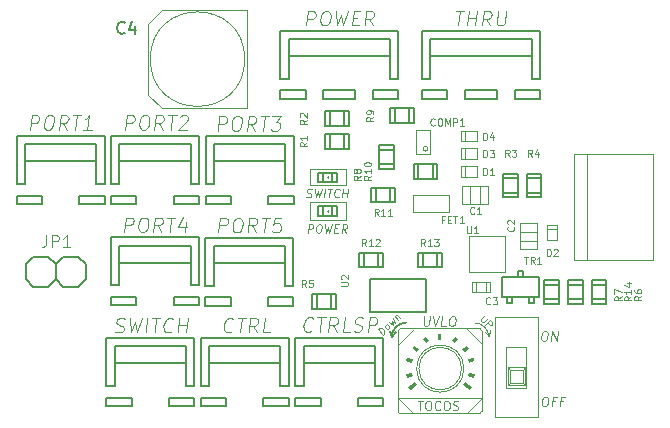
<source format=gbr>
%TF.GenerationSoftware,KiCad,Pcbnew,(5.1.10)-1*%
%TF.CreationDate,2022-12-17T00:46:14+09:00*%
%TF.ProjectId,USB_JST-XH_Converter,5553425f-4a53-4542-9d58-485f436f6e76,rev?*%
%TF.SameCoordinates,Original*%
%TF.FileFunction,Legend,Top*%
%TF.FilePolarity,Positive*%
%FSLAX46Y46*%
G04 Gerber Fmt 4.6, Leading zero omitted, Abs format (unit mm)*
G04 Created by KiCad (PCBNEW (5.1.10)-1) date 2022-12-17 00:46:14*
%MOMM*%
%LPD*%
G01*
G04 APERTURE LIST*
%ADD10C,0.100000*%
%ADD11C,0.090000*%
%ADD12C,0.120000*%
%ADD13C,0.070000*%
%ADD14C,0.150000*%
%ADD15C,0.127000*%
%ADD16C,0.050000*%
%ADD17C,0.152400*%
%ADD18C,0.096520*%
%ADD19C,0.064000*%
G04 APERTURE END LIST*
D10*
X124769666Y-106830880D02*
X124769666Y-107545166D01*
X124722047Y-107688023D01*
X124626809Y-107783261D01*
X124483952Y-107830880D01*
X124388714Y-107830880D01*
X125245857Y-107830880D02*
X125245857Y-106830880D01*
X125626809Y-106830880D01*
X125722047Y-106878500D01*
X125769666Y-106926119D01*
X125817285Y-107021357D01*
X125817285Y-107164214D01*
X125769666Y-107259452D01*
X125722047Y-107307071D01*
X125626809Y-107354690D01*
X125245857Y-107354690D01*
X126769666Y-107830880D02*
X126198238Y-107830880D01*
X126483952Y-107830880D02*
X126483952Y-106830880D01*
X126388714Y-106973738D01*
X126293476Y-107068976D01*
X126198238Y-107116595D01*
D11*
X146904562Y-106615666D02*
X146992062Y-105915666D01*
X147258729Y-105915666D01*
X147321229Y-105949000D01*
X147350395Y-105982333D01*
X147375395Y-106049000D01*
X147362895Y-106149000D01*
X147321229Y-106215666D01*
X147283729Y-106249000D01*
X147212895Y-106282333D01*
X146946229Y-106282333D01*
X147825395Y-105915666D02*
X147958729Y-105915666D01*
X148021229Y-105949000D01*
X148079562Y-106015666D01*
X148096229Y-106149000D01*
X148067062Y-106382333D01*
X148017062Y-106515666D01*
X147942062Y-106582333D01*
X147871229Y-106615666D01*
X147737895Y-106615666D01*
X147675395Y-106582333D01*
X147617062Y-106515666D01*
X147600395Y-106382333D01*
X147629562Y-106149000D01*
X147679562Y-106015666D01*
X147754562Y-105949000D01*
X147825395Y-105915666D01*
X148358729Y-105915666D02*
X148437895Y-106615666D01*
X148633729Y-106115666D01*
X148704562Y-106615666D01*
X148958729Y-105915666D01*
X149183729Y-106249000D02*
X149417062Y-106249000D01*
X149471229Y-106615666D02*
X149137895Y-106615666D01*
X149225395Y-105915666D01*
X149558729Y-105915666D01*
X150171229Y-106615666D02*
X149979562Y-106282333D01*
X149771229Y-106615666D02*
X149858729Y-105915666D01*
X150125395Y-105915666D01*
X150187895Y-105949000D01*
X150217062Y-105982333D01*
X150242062Y-106049000D01*
X150229562Y-106149000D01*
X150187895Y-106215666D01*
X150150395Y-106249000D01*
X150079562Y-106282333D01*
X149812895Y-106282333D01*
D12*
X150114000Y-104013000D02*
X147066000Y-104013000D01*
X150114000Y-105537000D02*
X150114000Y-104013000D01*
X147066000Y-105537000D02*
X150114000Y-105537000D01*
X147066000Y-104013000D02*
X147066000Y-105537000D01*
D11*
X146775395Y-103597833D02*
X146871229Y-103631166D01*
X147037895Y-103631166D01*
X147108729Y-103597833D01*
X147146229Y-103564500D01*
X147187895Y-103497833D01*
X147196229Y-103431166D01*
X147171229Y-103364500D01*
X147142062Y-103331166D01*
X147079562Y-103297833D01*
X146950395Y-103264500D01*
X146887895Y-103231166D01*
X146858729Y-103197833D01*
X146833729Y-103131166D01*
X146842062Y-103064500D01*
X146883729Y-102997833D01*
X146921229Y-102964500D01*
X146992062Y-102931166D01*
X147158729Y-102931166D01*
X147254562Y-102964500D01*
X147492062Y-102931166D02*
X147571229Y-103631166D01*
X147767062Y-103131166D01*
X147837895Y-103631166D01*
X148092062Y-102931166D01*
X148271229Y-103631166D02*
X148358729Y-102931166D01*
X148592062Y-102931166D02*
X148992062Y-102931166D01*
X148704562Y-103631166D02*
X148792062Y-102931166D01*
X149546229Y-103564500D02*
X149508729Y-103597833D01*
X149404562Y-103631166D01*
X149337895Y-103631166D01*
X149242062Y-103597833D01*
X149183729Y-103531166D01*
X149158729Y-103464500D01*
X149142062Y-103331166D01*
X149154562Y-103231166D01*
X149204562Y-103097833D01*
X149246229Y-103031166D01*
X149321229Y-102964500D01*
X149425395Y-102931166D01*
X149492062Y-102931166D01*
X149587895Y-102964500D01*
X149617062Y-102997833D01*
X149837895Y-103631166D02*
X149925395Y-102931166D01*
X149883729Y-103264500D02*
X150283729Y-103264500D01*
X150237895Y-103631166D02*
X150325395Y-102931166D01*
D12*
X150114000Y-101219000D02*
X147066000Y-101219000D01*
X150114000Y-102616000D02*
X150114000Y-101219000D01*
X147066000Y-102616000D02*
X150114000Y-102616000D01*
X147066000Y-101219000D02*
X147066000Y-102616000D01*
D13*
X153253449Y-115270408D02*
X152882218Y-114793111D01*
X152983233Y-114692096D01*
X153061520Y-114654215D01*
X153137282Y-114659266D01*
X153192840Y-114684519D01*
X153283754Y-114755230D01*
X153336787Y-114823415D01*
X153387294Y-114934532D01*
X153402447Y-115000192D01*
X153397396Y-115086055D01*
X153354464Y-115169393D01*
X153253449Y-115270408D01*
X153738322Y-114785535D02*
X153680239Y-114803212D01*
X153642358Y-114800687D01*
X153586799Y-114775433D01*
X153480733Y-114639062D01*
X153465581Y-114573403D01*
X153468107Y-114530471D01*
X153490835Y-114467337D01*
X153551444Y-114406727D01*
X153609528Y-114389050D01*
X153647409Y-114391575D01*
X153702967Y-114416829D01*
X153809033Y-114553200D01*
X153824185Y-114618859D01*
X153821660Y-114661791D01*
X153798932Y-114724925D01*
X153738322Y-114785535D01*
X153773678Y-114184494D02*
X154101977Y-114421880D01*
X154006013Y-114113783D01*
X154263602Y-114260255D01*
X154096927Y-113861245D01*
X154258551Y-113699621D02*
X154506038Y-114017819D01*
X154293906Y-113745077D02*
X154296432Y-113702146D01*
X154319160Y-113639011D01*
X154379769Y-113578402D01*
X154437853Y-113560725D01*
X154493411Y-113585978D01*
X154687866Y-113835991D01*
X161918984Y-113604314D02*
X161575532Y-113947766D01*
X161555329Y-114008375D01*
X161555329Y-114048781D01*
X161575532Y-114109390D01*
X161656345Y-114190203D01*
X161716954Y-114210406D01*
X161757360Y-114210406D01*
X161817969Y-114190203D01*
X162161421Y-113846751D01*
X161939187Y-114473045D02*
X162363451Y-114048781D01*
X162525076Y-114210406D01*
X162545279Y-114271015D01*
X162545279Y-114311421D01*
X162525076Y-114372030D01*
X162464467Y-114432639D01*
X162403857Y-114452842D01*
X162363451Y-114452842D01*
X162302842Y-114432639D01*
X162141218Y-114271015D01*
D12*
X162229999Y-115410001D02*
X162350000Y-114900000D01*
X162229999Y-115410001D02*
X161940000Y-115030000D01*
X161059922Y-114269365D02*
G75*
G02*
X162229999Y-115410001I-9922J-1180635D01*
G01*
D14*
X154020000Y-115430000D02*
X154360000Y-115030000D01*
X154020000Y-115430000D02*
X153870000Y-114910000D01*
X154020000Y-115430000D02*
G75*
G02*
X155210000Y-114240000I1190000J0D01*
G01*
D10*
X166959732Y-120511904D02*
X167112113Y-120511904D01*
X167183541Y-120550000D01*
X167250208Y-120626190D01*
X167269255Y-120778571D01*
X167235922Y-121045238D01*
X167178779Y-121197619D01*
X167093065Y-121273809D01*
X167012113Y-121311904D01*
X166859732Y-121311904D01*
X166788303Y-121273809D01*
X166721636Y-121197619D01*
X166702589Y-121045238D01*
X166735922Y-120778571D01*
X166793065Y-120626190D01*
X166878779Y-120550000D01*
X166959732Y-120511904D01*
X167864494Y-120892857D02*
X167597827Y-120892857D01*
X167545446Y-121311904D02*
X167645446Y-120511904D01*
X168026398Y-120511904D01*
X168550208Y-120892857D02*
X168283541Y-120892857D01*
X168231160Y-121311904D02*
X168331160Y-120511904D01*
X168712113Y-120511904D01*
X166926398Y-114961904D02*
X167078779Y-114961904D01*
X167150208Y-115000000D01*
X167216875Y-115076190D01*
X167235922Y-115228571D01*
X167202589Y-115495238D01*
X167145446Y-115647619D01*
X167059732Y-115723809D01*
X166978779Y-115761904D01*
X166826398Y-115761904D01*
X166754970Y-115723809D01*
X166688303Y-115647619D01*
X166669255Y-115495238D01*
X166702589Y-115228571D01*
X166759732Y-115076190D01*
X166845446Y-115000000D01*
X166926398Y-114961904D01*
X167512113Y-115761904D02*
X167612113Y-114961904D01*
X167969255Y-115761904D01*
X168069255Y-114961904D01*
D11*
X156788163Y-113711904D02*
X156707211Y-114359523D01*
X156735782Y-114435714D01*
X156769116Y-114473809D01*
X156840544Y-114511904D01*
X156992925Y-114511904D01*
X157073877Y-114473809D01*
X157116735Y-114435714D01*
X157164354Y-114359523D01*
X157245306Y-113711904D01*
X157511973Y-113711904D02*
X157678639Y-114511904D01*
X158045306Y-113711904D01*
X158592925Y-114511904D02*
X158211973Y-114511904D01*
X158311973Y-113711904D01*
X159111973Y-113711904D02*
X159264354Y-113711904D01*
X159335782Y-113750000D01*
X159402449Y-113826190D01*
X159421497Y-113978571D01*
X159388163Y-114245238D01*
X159331020Y-114397619D01*
X159245306Y-114473809D01*
X159164354Y-114511904D01*
X159011973Y-114511904D01*
X158940544Y-114473809D01*
X158873877Y-114397619D01*
X158854830Y-114245238D01*
X158888163Y-113978571D01*
X158945306Y-113826190D01*
X159031020Y-113750000D01*
X159111973Y-113711904D01*
D14*
X131403333Y-89677142D02*
X131355714Y-89724761D01*
X131212857Y-89772380D01*
X131117619Y-89772380D01*
X130974761Y-89724761D01*
X130879523Y-89629523D01*
X130831904Y-89534285D01*
X130784285Y-89343809D01*
X130784285Y-89200952D01*
X130831904Y-89010476D01*
X130879523Y-88915238D01*
X130974761Y-88820000D01*
X131117619Y-88772380D01*
X131212857Y-88772380D01*
X131355714Y-88820000D01*
X131403333Y-88867619D01*
X132260476Y-89105714D02*
X132260476Y-89772380D01*
X132022380Y-88724761D02*
X131784285Y-89439047D01*
X132403333Y-89439047D01*
D13*
X165222857Y-108651428D02*
X165565714Y-108651428D01*
X165394285Y-109251428D02*
X165394285Y-108651428D01*
X166108571Y-109251428D02*
X165908571Y-108965714D01*
X165765714Y-109251428D02*
X165765714Y-108651428D01*
X165994285Y-108651428D01*
X166051428Y-108680000D01*
X166080000Y-108708571D01*
X166108571Y-108765714D01*
X166108571Y-108851428D01*
X166080000Y-108908571D01*
X166051428Y-108937142D01*
X165994285Y-108965714D01*
X165765714Y-108965714D01*
X166680000Y-109251428D02*
X166337142Y-109251428D01*
X166508571Y-109251428D02*
X166508571Y-108651428D01*
X166451428Y-108737142D01*
X166394285Y-108794285D01*
X166337142Y-108822857D01*
X156834285Y-107761428D02*
X156634285Y-107475714D01*
X156491428Y-107761428D02*
X156491428Y-107161428D01*
X156720000Y-107161428D01*
X156777142Y-107190000D01*
X156805714Y-107218571D01*
X156834285Y-107275714D01*
X156834285Y-107361428D01*
X156805714Y-107418571D01*
X156777142Y-107447142D01*
X156720000Y-107475714D01*
X156491428Y-107475714D01*
X157405714Y-107761428D02*
X157062857Y-107761428D01*
X157234285Y-107761428D02*
X157234285Y-107161428D01*
X157177142Y-107247142D01*
X157120000Y-107304285D01*
X157062857Y-107332857D01*
X157605714Y-107161428D02*
X157977142Y-107161428D01*
X157777142Y-107390000D01*
X157862857Y-107390000D01*
X157920000Y-107418571D01*
X157948571Y-107447142D01*
X157977142Y-107504285D01*
X157977142Y-107647142D01*
X157948571Y-107704285D01*
X157920000Y-107732857D01*
X157862857Y-107761428D01*
X157691428Y-107761428D01*
X157634285Y-107732857D01*
X157605714Y-107704285D01*
X151844285Y-107761428D02*
X151644285Y-107475714D01*
X151501428Y-107761428D02*
X151501428Y-107161428D01*
X151730000Y-107161428D01*
X151787142Y-107190000D01*
X151815714Y-107218571D01*
X151844285Y-107275714D01*
X151844285Y-107361428D01*
X151815714Y-107418571D01*
X151787142Y-107447142D01*
X151730000Y-107475714D01*
X151501428Y-107475714D01*
X152415714Y-107761428D02*
X152072857Y-107761428D01*
X152244285Y-107761428D02*
X152244285Y-107161428D01*
X152187142Y-107247142D01*
X152130000Y-107304285D01*
X152072857Y-107332857D01*
X152644285Y-107218571D02*
X152672857Y-107190000D01*
X152730000Y-107161428D01*
X152872857Y-107161428D01*
X152930000Y-107190000D01*
X152958571Y-107218571D01*
X152987142Y-107275714D01*
X152987142Y-107332857D01*
X152958571Y-107418571D01*
X152615714Y-107761428D01*
X152987142Y-107761428D01*
X146770000Y-111231428D02*
X146570000Y-110945714D01*
X146427142Y-111231428D02*
X146427142Y-110631428D01*
X146655714Y-110631428D01*
X146712857Y-110660000D01*
X146741428Y-110688571D01*
X146770000Y-110745714D01*
X146770000Y-110831428D01*
X146741428Y-110888571D01*
X146712857Y-110917142D01*
X146655714Y-110945714D01*
X146427142Y-110945714D01*
X147312857Y-110631428D02*
X147027142Y-110631428D01*
X146998571Y-110917142D01*
X147027142Y-110888571D01*
X147084285Y-110860000D01*
X147227142Y-110860000D01*
X147284285Y-110888571D01*
X147312857Y-110917142D01*
X147341428Y-110974285D01*
X147341428Y-111117142D01*
X147312857Y-111174285D01*
X147284285Y-111202857D01*
X147227142Y-111231428D01*
X147084285Y-111231428D01*
X147027142Y-111202857D01*
X146998571Y-111174285D01*
X149721428Y-111147142D02*
X150207142Y-111147142D01*
X150264285Y-111118571D01*
X150292857Y-111090000D01*
X150321428Y-111032857D01*
X150321428Y-110918571D01*
X150292857Y-110861428D01*
X150264285Y-110832857D01*
X150207142Y-110804285D01*
X149721428Y-110804285D01*
X149778571Y-110547142D02*
X149750000Y-110518571D01*
X149721428Y-110461428D01*
X149721428Y-110318571D01*
X149750000Y-110261428D01*
X149778571Y-110232857D01*
X149835714Y-110204285D01*
X149892857Y-110204285D01*
X149978571Y-110232857D01*
X150321428Y-110575714D01*
X150321428Y-110204285D01*
X162350000Y-112634285D02*
X162321428Y-112662857D01*
X162235714Y-112691428D01*
X162178571Y-112691428D01*
X162092857Y-112662857D01*
X162035714Y-112605714D01*
X162007142Y-112548571D01*
X161978571Y-112434285D01*
X161978571Y-112348571D01*
X162007142Y-112234285D01*
X162035714Y-112177142D01*
X162092857Y-112120000D01*
X162178571Y-112091428D01*
X162235714Y-112091428D01*
X162321428Y-112120000D01*
X162350000Y-112148571D01*
X162550000Y-112091428D02*
X162921428Y-112091428D01*
X162721428Y-112320000D01*
X162807142Y-112320000D01*
X162864285Y-112348571D01*
X162892857Y-112377142D01*
X162921428Y-112434285D01*
X162921428Y-112577142D01*
X162892857Y-112634285D01*
X162864285Y-112662857D01*
X162807142Y-112691428D01*
X162635714Y-112691428D01*
X162578571Y-112662857D01*
X162550000Y-112634285D01*
X167157142Y-108611428D02*
X167157142Y-108011428D01*
X167300000Y-108011428D01*
X167385714Y-108040000D01*
X167442857Y-108097142D01*
X167471428Y-108154285D01*
X167500000Y-108268571D01*
X167500000Y-108354285D01*
X167471428Y-108468571D01*
X167442857Y-108525714D01*
X167385714Y-108582857D01*
X167300000Y-108611428D01*
X167157142Y-108611428D01*
X167728571Y-108068571D02*
X167757142Y-108040000D01*
X167814285Y-108011428D01*
X167957142Y-108011428D01*
X168014285Y-108040000D01*
X168042857Y-108068571D01*
X168071428Y-108125714D01*
X168071428Y-108182857D01*
X168042857Y-108268571D01*
X167700000Y-108611428D01*
X168071428Y-108611428D01*
X164344285Y-106110000D02*
X164372857Y-106138571D01*
X164401428Y-106224285D01*
X164401428Y-106281428D01*
X164372857Y-106367142D01*
X164315714Y-106424285D01*
X164258571Y-106452857D01*
X164144285Y-106481428D01*
X164058571Y-106481428D01*
X163944285Y-106452857D01*
X163887142Y-106424285D01*
X163830000Y-106367142D01*
X163801428Y-106281428D01*
X163801428Y-106224285D01*
X163830000Y-106138571D01*
X163858571Y-106110000D01*
X163858571Y-105881428D02*
X163830000Y-105852857D01*
X163801428Y-105795714D01*
X163801428Y-105652857D01*
X163830000Y-105595714D01*
X163858571Y-105567142D01*
X163915714Y-105538571D01*
X163972857Y-105538571D01*
X164058571Y-105567142D01*
X164401428Y-105910000D01*
X164401428Y-105538571D01*
X160392857Y-106071428D02*
X160392857Y-106557142D01*
X160421428Y-106614285D01*
X160450000Y-106642857D01*
X160507142Y-106671428D01*
X160621428Y-106671428D01*
X160678571Y-106642857D01*
X160707142Y-106614285D01*
X160735714Y-106557142D01*
X160735714Y-106071428D01*
X161335714Y-106671428D02*
X160992857Y-106671428D01*
X161164285Y-106671428D02*
X161164285Y-106071428D01*
X161107142Y-106157142D01*
X161050000Y-106214285D01*
X160992857Y-106242857D01*
X165910000Y-100181428D02*
X165710000Y-99895714D01*
X165567142Y-100181428D02*
X165567142Y-99581428D01*
X165795714Y-99581428D01*
X165852857Y-99610000D01*
X165881428Y-99638571D01*
X165910000Y-99695714D01*
X165910000Y-99781428D01*
X165881428Y-99838571D01*
X165852857Y-99867142D01*
X165795714Y-99895714D01*
X165567142Y-99895714D01*
X166424285Y-99781428D02*
X166424285Y-100181428D01*
X166281428Y-99552857D02*
X166138571Y-99981428D01*
X166510000Y-99981428D01*
X163990000Y-100181428D02*
X163790000Y-99895714D01*
X163647142Y-100181428D02*
X163647142Y-99581428D01*
X163875714Y-99581428D01*
X163932857Y-99610000D01*
X163961428Y-99638571D01*
X163990000Y-99695714D01*
X163990000Y-99781428D01*
X163961428Y-99838571D01*
X163932857Y-99867142D01*
X163875714Y-99895714D01*
X163647142Y-99895714D01*
X164190000Y-99581428D02*
X164561428Y-99581428D01*
X164361428Y-99810000D01*
X164447142Y-99810000D01*
X164504285Y-99838571D01*
X164532857Y-99867142D01*
X164561428Y-99924285D01*
X164561428Y-100067142D01*
X164532857Y-100124285D01*
X164504285Y-100152857D01*
X164447142Y-100181428D01*
X164275714Y-100181428D01*
X164218571Y-100152857D01*
X164190000Y-100124285D01*
X161010000Y-104994285D02*
X160981428Y-105022857D01*
X160895714Y-105051428D01*
X160838571Y-105051428D01*
X160752857Y-105022857D01*
X160695714Y-104965714D01*
X160667142Y-104908571D01*
X160638571Y-104794285D01*
X160638571Y-104708571D01*
X160667142Y-104594285D01*
X160695714Y-104537142D01*
X160752857Y-104480000D01*
X160838571Y-104451428D01*
X160895714Y-104451428D01*
X160981428Y-104480000D01*
X161010000Y-104508571D01*
X161581428Y-105051428D02*
X161238571Y-105051428D01*
X161410000Y-105051428D02*
X161410000Y-104451428D01*
X161352857Y-104537142D01*
X161295714Y-104594285D01*
X161238571Y-104622857D01*
X161757142Y-98761428D02*
X161757142Y-98161428D01*
X161900000Y-98161428D01*
X161985714Y-98190000D01*
X162042857Y-98247142D01*
X162071428Y-98304285D01*
X162100000Y-98418571D01*
X162100000Y-98504285D01*
X162071428Y-98618571D01*
X162042857Y-98675714D01*
X161985714Y-98732857D01*
X161900000Y-98761428D01*
X161757142Y-98761428D01*
X162614285Y-98361428D02*
X162614285Y-98761428D01*
X162471428Y-98132857D02*
X162328571Y-98561428D01*
X162700000Y-98561428D01*
X161757142Y-100231428D02*
X161757142Y-99631428D01*
X161900000Y-99631428D01*
X161985714Y-99660000D01*
X162042857Y-99717142D01*
X162071428Y-99774285D01*
X162100000Y-99888571D01*
X162100000Y-99974285D01*
X162071428Y-100088571D01*
X162042857Y-100145714D01*
X161985714Y-100202857D01*
X161900000Y-100231428D01*
X161757142Y-100231428D01*
X162300000Y-99631428D02*
X162671428Y-99631428D01*
X162471428Y-99860000D01*
X162557142Y-99860000D01*
X162614285Y-99888571D01*
X162642857Y-99917142D01*
X162671428Y-99974285D01*
X162671428Y-100117142D01*
X162642857Y-100174285D01*
X162614285Y-100202857D01*
X162557142Y-100231428D01*
X162385714Y-100231428D01*
X162328571Y-100202857D01*
X162300000Y-100174285D01*
X161757142Y-101741428D02*
X161757142Y-101141428D01*
X161900000Y-101141428D01*
X161985714Y-101170000D01*
X162042857Y-101227142D01*
X162071428Y-101284285D01*
X162100000Y-101398571D01*
X162100000Y-101484285D01*
X162071428Y-101598571D01*
X162042857Y-101655714D01*
X161985714Y-101712857D01*
X161900000Y-101741428D01*
X161757142Y-101741428D01*
X162671428Y-101741428D02*
X162328571Y-101741428D01*
X162500000Y-101741428D02*
X162500000Y-101141428D01*
X162442857Y-101227142D01*
X162385714Y-101284285D01*
X162328571Y-101312857D01*
X158470000Y-105517142D02*
X158270000Y-105517142D01*
X158270000Y-105831428D02*
X158270000Y-105231428D01*
X158555714Y-105231428D01*
X158784285Y-105517142D02*
X158984285Y-105517142D01*
X159070000Y-105831428D02*
X158784285Y-105831428D01*
X158784285Y-105231428D01*
X159070000Y-105231428D01*
X159241428Y-105231428D02*
X159584285Y-105231428D01*
X159412857Y-105831428D02*
X159412857Y-105231428D01*
X160098571Y-105831428D02*
X159755714Y-105831428D01*
X159927142Y-105831428D02*
X159927142Y-105231428D01*
X159870000Y-105317142D01*
X159812857Y-105374285D01*
X159755714Y-105402857D01*
X152271428Y-101795714D02*
X151985714Y-101995714D01*
X152271428Y-102138571D02*
X151671428Y-102138571D01*
X151671428Y-101910000D01*
X151700000Y-101852857D01*
X151728571Y-101824285D01*
X151785714Y-101795714D01*
X151871428Y-101795714D01*
X151928571Y-101824285D01*
X151957142Y-101852857D01*
X151985714Y-101910000D01*
X151985714Y-102138571D01*
X152271428Y-101224285D02*
X152271428Y-101567142D01*
X152271428Y-101395714D02*
X151671428Y-101395714D01*
X151757142Y-101452857D01*
X151814285Y-101510000D01*
X151842857Y-101567142D01*
X151671428Y-100852857D02*
X151671428Y-100795714D01*
X151700000Y-100738571D01*
X151728571Y-100710000D01*
X151785714Y-100681428D01*
X151900000Y-100652857D01*
X152042857Y-100652857D01*
X152157142Y-100681428D01*
X152214285Y-100710000D01*
X152242857Y-100738571D01*
X152271428Y-100795714D01*
X152271428Y-100852857D01*
X152242857Y-100910000D01*
X152214285Y-100938571D01*
X152157142Y-100967142D01*
X152042857Y-100995714D01*
X151900000Y-100995714D01*
X151785714Y-100967142D01*
X151728571Y-100938571D01*
X151700000Y-100910000D01*
X151671428Y-100852857D01*
X175161428Y-111980000D02*
X174875714Y-112180000D01*
X175161428Y-112322857D02*
X174561428Y-112322857D01*
X174561428Y-112094285D01*
X174590000Y-112037142D01*
X174618571Y-112008571D01*
X174675714Y-111980000D01*
X174761428Y-111980000D01*
X174818571Y-112008571D01*
X174847142Y-112037142D01*
X174875714Y-112094285D01*
X174875714Y-112322857D01*
X174561428Y-111465714D02*
X174561428Y-111580000D01*
X174590000Y-111637142D01*
X174618571Y-111665714D01*
X174704285Y-111722857D01*
X174818571Y-111751428D01*
X175047142Y-111751428D01*
X175104285Y-111722857D01*
X175132857Y-111694285D01*
X175161428Y-111637142D01*
X175161428Y-111522857D01*
X175132857Y-111465714D01*
X175104285Y-111437142D01*
X175047142Y-111408571D01*
X174904285Y-111408571D01*
X174847142Y-111437142D01*
X174818571Y-111465714D01*
X174790000Y-111522857D01*
X174790000Y-111637142D01*
X174818571Y-111694285D01*
X174847142Y-111722857D01*
X174904285Y-111751428D01*
X174301428Y-112005714D02*
X174015714Y-112205714D01*
X174301428Y-112348571D02*
X173701428Y-112348571D01*
X173701428Y-112120000D01*
X173730000Y-112062857D01*
X173758571Y-112034285D01*
X173815714Y-112005714D01*
X173901428Y-112005714D01*
X173958571Y-112034285D01*
X173987142Y-112062857D01*
X174015714Y-112120000D01*
X174015714Y-112348571D01*
X174301428Y-111434285D02*
X174301428Y-111777142D01*
X174301428Y-111605714D02*
X173701428Y-111605714D01*
X173787142Y-111662857D01*
X173844285Y-111720000D01*
X173872857Y-111777142D01*
X173901428Y-110920000D02*
X174301428Y-110920000D01*
X173672857Y-111062857D02*
X174101428Y-111205714D01*
X174101428Y-110834285D01*
X173471428Y-112010000D02*
X173185714Y-112210000D01*
X173471428Y-112352857D02*
X172871428Y-112352857D01*
X172871428Y-112124285D01*
X172900000Y-112067142D01*
X172928571Y-112038571D01*
X172985714Y-112010000D01*
X173071428Y-112010000D01*
X173128571Y-112038571D01*
X173157142Y-112067142D01*
X173185714Y-112124285D01*
X173185714Y-112352857D01*
X172871428Y-111810000D02*
X172871428Y-111410000D01*
X173471428Y-111667142D01*
X157662857Y-97494285D02*
X157634285Y-97522857D01*
X157548571Y-97551428D01*
X157491428Y-97551428D01*
X157405714Y-97522857D01*
X157348571Y-97465714D01*
X157320000Y-97408571D01*
X157291428Y-97294285D01*
X157291428Y-97208571D01*
X157320000Y-97094285D01*
X157348571Y-97037142D01*
X157405714Y-96980000D01*
X157491428Y-96951428D01*
X157548571Y-96951428D01*
X157634285Y-96980000D01*
X157662857Y-97008571D01*
X158034285Y-96951428D02*
X158148571Y-96951428D01*
X158205714Y-96980000D01*
X158262857Y-97037142D01*
X158291428Y-97151428D01*
X158291428Y-97351428D01*
X158262857Y-97465714D01*
X158205714Y-97522857D01*
X158148571Y-97551428D01*
X158034285Y-97551428D01*
X157977142Y-97522857D01*
X157920000Y-97465714D01*
X157891428Y-97351428D01*
X157891428Y-97151428D01*
X157920000Y-97037142D01*
X157977142Y-96980000D01*
X158034285Y-96951428D01*
X158548571Y-97551428D02*
X158548571Y-96951428D01*
X158748571Y-97380000D01*
X158948571Y-96951428D01*
X158948571Y-97551428D01*
X159234285Y-97551428D02*
X159234285Y-96951428D01*
X159462857Y-96951428D01*
X159520000Y-96980000D01*
X159548571Y-97008571D01*
X159577142Y-97065714D01*
X159577142Y-97151428D01*
X159548571Y-97208571D01*
X159520000Y-97237142D01*
X159462857Y-97265714D01*
X159234285Y-97265714D01*
X160148571Y-97551428D02*
X159805714Y-97551428D01*
X159977142Y-97551428D02*
X159977142Y-96951428D01*
X159920000Y-97037142D01*
X159862857Y-97094285D01*
X159805714Y-97122857D01*
X152914285Y-105191428D02*
X152714285Y-104905714D01*
X152571428Y-105191428D02*
X152571428Y-104591428D01*
X152800000Y-104591428D01*
X152857142Y-104620000D01*
X152885714Y-104648571D01*
X152914285Y-104705714D01*
X152914285Y-104791428D01*
X152885714Y-104848571D01*
X152857142Y-104877142D01*
X152800000Y-104905714D01*
X152571428Y-104905714D01*
X153485714Y-105191428D02*
X153142857Y-105191428D01*
X153314285Y-105191428D02*
X153314285Y-104591428D01*
X153257142Y-104677142D01*
X153200000Y-104734285D01*
X153142857Y-104762857D01*
X154057142Y-105191428D02*
X153714285Y-105191428D01*
X153885714Y-105191428D02*
X153885714Y-104591428D01*
X153828571Y-104677142D01*
X153771428Y-104734285D01*
X153714285Y-104762857D01*
X151391428Y-101800000D02*
X151105714Y-102000000D01*
X151391428Y-102142857D02*
X150791428Y-102142857D01*
X150791428Y-101914285D01*
X150820000Y-101857142D01*
X150848571Y-101828571D01*
X150905714Y-101800000D01*
X150991428Y-101800000D01*
X151048571Y-101828571D01*
X151077142Y-101857142D01*
X151105714Y-101914285D01*
X151105714Y-102142857D01*
X151048571Y-101457142D02*
X151020000Y-101514285D01*
X150991428Y-101542857D01*
X150934285Y-101571428D01*
X150905714Y-101571428D01*
X150848571Y-101542857D01*
X150820000Y-101514285D01*
X150791428Y-101457142D01*
X150791428Y-101342857D01*
X150820000Y-101285714D01*
X150848571Y-101257142D01*
X150905714Y-101228571D01*
X150934285Y-101228571D01*
X150991428Y-101257142D01*
X151020000Y-101285714D01*
X151048571Y-101342857D01*
X151048571Y-101457142D01*
X151077142Y-101514285D01*
X151105714Y-101542857D01*
X151162857Y-101571428D01*
X151277142Y-101571428D01*
X151334285Y-101542857D01*
X151362857Y-101514285D01*
X151391428Y-101457142D01*
X151391428Y-101342857D01*
X151362857Y-101285714D01*
X151334285Y-101257142D01*
X151277142Y-101228571D01*
X151162857Y-101228571D01*
X151105714Y-101257142D01*
X151077142Y-101285714D01*
X151048571Y-101342857D01*
X152451428Y-96820000D02*
X152165714Y-97020000D01*
X152451428Y-97162857D02*
X151851428Y-97162857D01*
X151851428Y-96934285D01*
X151880000Y-96877142D01*
X151908571Y-96848571D01*
X151965714Y-96820000D01*
X152051428Y-96820000D01*
X152108571Y-96848571D01*
X152137142Y-96877142D01*
X152165714Y-96934285D01*
X152165714Y-97162857D01*
X152451428Y-96534285D02*
X152451428Y-96420000D01*
X152422857Y-96362857D01*
X152394285Y-96334285D01*
X152308571Y-96277142D01*
X152194285Y-96248571D01*
X151965714Y-96248571D01*
X151908571Y-96277142D01*
X151880000Y-96305714D01*
X151851428Y-96362857D01*
X151851428Y-96477142D01*
X151880000Y-96534285D01*
X151908571Y-96562857D01*
X151965714Y-96591428D01*
X152108571Y-96591428D01*
X152165714Y-96562857D01*
X152194285Y-96534285D01*
X152222857Y-96477142D01*
X152222857Y-96362857D01*
X152194285Y-96305714D01*
X152165714Y-96277142D01*
X152108571Y-96248571D01*
X146831428Y-98980000D02*
X146545714Y-99180000D01*
X146831428Y-99322857D02*
X146231428Y-99322857D01*
X146231428Y-99094285D01*
X146260000Y-99037142D01*
X146288571Y-99008571D01*
X146345714Y-98980000D01*
X146431428Y-98980000D01*
X146488571Y-99008571D01*
X146517142Y-99037142D01*
X146545714Y-99094285D01*
X146545714Y-99322857D01*
X146831428Y-98408571D02*
X146831428Y-98751428D01*
X146831428Y-98580000D02*
X146231428Y-98580000D01*
X146317142Y-98637142D01*
X146374285Y-98694285D01*
X146402857Y-98751428D01*
X146831428Y-97070000D02*
X146545714Y-97270000D01*
X146831428Y-97412857D02*
X146231428Y-97412857D01*
X146231428Y-97184285D01*
X146260000Y-97127142D01*
X146288571Y-97098571D01*
X146345714Y-97070000D01*
X146431428Y-97070000D01*
X146488571Y-97098571D01*
X146517142Y-97127142D01*
X146545714Y-97184285D01*
X146545714Y-97412857D01*
X146288571Y-96841428D02*
X146260000Y-96812857D01*
X146231428Y-96755714D01*
X146231428Y-96612857D01*
X146260000Y-96555714D01*
X146288571Y-96527142D01*
X146345714Y-96498571D01*
X146402857Y-96498571D01*
X146488571Y-96527142D01*
X146831428Y-96870000D01*
X146831428Y-96498571D01*
D10*
%TO.C,USB1*%
X170571100Y-108898600D02*
X170571100Y-99958600D01*
X169441100Y-99958600D02*
X169441100Y-108898600D01*
X170571100Y-99958600D02*
X169441100Y-99958600D01*
X176171100Y-99958600D02*
X170571100Y-99958600D01*
X176171100Y-108898600D02*
X176171100Y-99958600D01*
X170571100Y-108898600D02*
X176171100Y-108898600D01*
X169441100Y-108898600D02*
X170571100Y-108898600D01*
D15*
%TO.C,PORT1*%
X127564000Y-103504000D02*
X127564000Y-104204000D01*
X127564000Y-103504000D02*
X129704000Y-103504000D01*
X129704000Y-104204000D02*
X129704000Y-103504000D01*
X127564000Y-104204000D02*
X129704000Y-104204000D01*
X124404000Y-103504000D02*
X124404000Y-104204000D01*
X129004000Y-102504000D02*
X129704000Y-102504000D01*
X122264000Y-102504000D02*
X122964000Y-102504000D01*
X122964000Y-100584000D02*
X129004000Y-100584000D01*
X122964000Y-100584000D02*
X122964000Y-99154000D01*
X122964000Y-102504000D02*
X122964000Y-100584000D01*
X124404000Y-103504000D02*
X122264000Y-103504000D01*
X129004000Y-100584000D02*
X129004000Y-102504000D01*
X129004000Y-99154000D02*
X129004000Y-100584000D01*
X122964000Y-99154000D02*
X129004000Y-99154000D01*
X122264000Y-102504000D02*
X122264000Y-98454000D01*
X122264000Y-104204000D02*
X122264000Y-103504000D01*
X124404000Y-104204000D02*
X122264000Y-104204000D01*
X129704000Y-98454000D02*
X129704000Y-102504000D01*
X122264000Y-98454000D02*
X129704000Y-98454000D01*
%TO.C,PORT2*%
X135541100Y-103504000D02*
X135541100Y-104204000D01*
X135541100Y-103504000D02*
X137681100Y-103504000D01*
X137681100Y-104204000D02*
X137681100Y-103504000D01*
X135541100Y-104204000D02*
X137681100Y-104204000D01*
X132381100Y-103504000D02*
X132381100Y-104204000D01*
X136981100Y-102504000D02*
X137681100Y-102504000D01*
X130241100Y-102504000D02*
X130941100Y-102504000D01*
X130941100Y-100584000D02*
X136981100Y-100584000D01*
X130941100Y-100584000D02*
X130941100Y-99154000D01*
X130941100Y-102504000D02*
X130941100Y-100584000D01*
X132381100Y-103504000D02*
X130241100Y-103504000D01*
X136981100Y-100584000D02*
X136981100Y-102504000D01*
X136981100Y-99154000D02*
X136981100Y-100584000D01*
X130941100Y-99154000D02*
X136981100Y-99154000D01*
X130241100Y-102504000D02*
X130241100Y-98454000D01*
X130241100Y-104204000D02*
X130241100Y-103504000D01*
X132381100Y-104204000D02*
X130241100Y-104204000D01*
X137681100Y-98454000D02*
X137681100Y-102504000D01*
X130241100Y-98454000D02*
X137681100Y-98454000D01*
%TO.C,PORT3*%
X143566000Y-103504000D02*
X143566000Y-104204000D01*
X143566000Y-103504000D02*
X145706000Y-103504000D01*
X145706000Y-104204000D02*
X145706000Y-103504000D01*
X143566000Y-104204000D02*
X145706000Y-104204000D01*
X140406000Y-103504000D02*
X140406000Y-104204000D01*
X145006000Y-102504000D02*
X145706000Y-102504000D01*
X138266000Y-102504000D02*
X138966000Y-102504000D01*
X138966000Y-100584000D02*
X145006000Y-100584000D01*
X138966000Y-100584000D02*
X138966000Y-99154000D01*
X138966000Y-102504000D02*
X138966000Y-100584000D01*
X140406000Y-103504000D02*
X138266000Y-103504000D01*
X145006000Y-100584000D02*
X145006000Y-102504000D01*
X145006000Y-99154000D02*
X145006000Y-100584000D01*
X138966000Y-99154000D02*
X145006000Y-99154000D01*
X138266000Y-102504000D02*
X138266000Y-98454000D01*
X138266000Y-104204000D02*
X138266000Y-103504000D01*
X140406000Y-104204000D02*
X138266000Y-104204000D01*
X145706000Y-98454000D02*
X145706000Y-102504000D01*
X138266000Y-98454000D02*
X145706000Y-98454000D01*
%TO.C,PORT4*%
X135551100Y-112068600D02*
X135551100Y-112768600D01*
X135551100Y-112068600D02*
X137691100Y-112068600D01*
X137691100Y-112768600D02*
X137691100Y-112068600D01*
X135551100Y-112768600D02*
X137691100Y-112768600D01*
X132391100Y-112068600D02*
X132391100Y-112768600D01*
X136991100Y-111068600D02*
X137691100Y-111068600D01*
X130251100Y-111068600D02*
X130951100Y-111068600D01*
X130951100Y-109148600D02*
X136991100Y-109148600D01*
X130951100Y-109148600D02*
X130951100Y-107718600D01*
X130951100Y-111068600D02*
X130951100Y-109148600D01*
X132391100Y-112068600D02*
X130251100Y-112068600D01*
X136991100Y-109148600D02*
X136991100Y-111068600D01*
X136991100Y-107718600D02*
X136991100Y-109148600D01*
X130951100Y-107718600D02*
X136991100Y-107718600D01*
X130251100Y-111068600D02*
X130251100Y-107018600D01*
X130251100Y-112768600D02*
X130251100Y-112068600D01*
X132391100Y-112768600D02*
X130251100Y-112768600D01*
X137691100Y-107018600D02*
X137691100Y-111068600D01*
X130251100Y-107018600D02*
X137691100Y-107018600D01*
%TO.C,PORT5*%
X143541100Y-112098600D02*
X143541100Y-112798600D01*
X143541100Y-112098600D02*
X145681100Y-112098600D01*
X145681100Y-112798600D02*
X145681100Y-112098600D01*
X143541100Y-112798600D02*
X145681100Y-112798600D01*
X140381100Y-112098600D02*
X140381100Y-112798600D01*
X144981100Y-111098600D02*
X145681100Y-111098600D01*
X138241100Y-111098600D02*
X138941100Y-111098600D01*
X138941100Y-109178600D02*
X144981100Y-109178600D01*
X138941100Y-109178600D02*
X138941100Y-107748600D01*
X138941100Y-111098600D02*
X138941100Y-109178600D01*
X140381100Y-112098600D02*
X138241100Y-112098600D01*
X144981100Y-109178600D02*
X144981100Y-111098600D01*
X144981100Y-107748600D02*
X144981100Y-109178600D01*
X138941100Y-107748600D02*
X144981100Y-107748600D01*
X138241100Y-111098600D02*
X138241100Y-107048600D01*
X138241100Y-112798600D02*
X138241100Y-112098600D01*
X140381100Y-112798600D02*
X138241100Y-112798600D01*
X145681100Y-107048600D02*
X145681100Y-111098600D01*
X138241100Y-107048600D02*
X145681100Y-107048600D01*
D16*
%TO.C,SW1*%
X165121100Y-118218600D02*
X165321100Y-118018600D01*
X164021100Y-118218600D02*
X163821100Y-118018600D01*
X165121100Y-119318600D02*
X165321100Y-119518600D01*
X164021100Y-119318600D02*
X163821100Y-119518600D01*
X164021100Y-118218600D02*
X164021100Y-119318600D01*
X165121100Y-118218600D02*
X164021100Y-118218600D01*
X165121100Y-119318600D02*
X165121100Y-118218600D01*
X164021100Y-119318600D02*
X165121100Y-119318600D01*
X163821100Y-119518600D02*
X165321100Y-119518600D01*
X163821100Y-118018600D02*
X163821100Y-119518600D01*
X165321100Y-118018600D02*
X163821100Y-118018600D01*
X165321100Y-119518600D02*
X165321100Y-118018600D01*
X163721100Y-116268600D02*
X163721100Y-119768600D01*
X165421100Y-116268600D02*
X163721100Y-116268600D01*
X165421100Y-119768600D02*
X165421100Y-116268600D01*
X163721100Y-119768600D02*
X165421100Y-119768600D01*
X162721100Y-113768600D02*
X162721100Y-122268600D01*
X166421100Y-113768600D02*
X162721100Y-113768600D01*
X166421100Y-122268600D02*
X166421100Y-113768600D01*
X162721100Y-122268600D02*
X166421100Y-122268600D01*
D10*
%TO.C,SW2*%
G36*
X148723600Y-101801600D02*
G01*
X148723600Y-102055600D01*
X148469600Y-101928600D01*
X148723600Y-101801600D01*
G37*
D17*
X148996100Y-101528600D02*
X148996100Y-102328600D01*
X148196100Y-101528600D02*
X148196100Y-102328600D01*
X149396100Y-102328600D02*
X149396100Y-101528600D01*
X148996100Y-102328600D02*
X149396100Y-102328600D01*
X148196100Y-102328600D02*
X148996100Y-102328600D01*
X147796100Y-102328600D02*
X148196100Y-102328600D01*
X147796100Y-101528600D02*
X147796100Y-102328600D01*
X148196100Y-101528600D02*
X147796100Y-101528600D01*
X148996100Y-101528600D02*
X148196100Y-101528600D01*
X149396100Y-101528600D02*
X148996100Y-101528600D01*
D15*
%TO.C,R2*%
X149971100Y-96303600D02*
X149971100Y-97553600D01*
X148771100Y-96303600D02*
X148771100Y-97553600D01*
X148371100Y-96303600D02*
X148371100Y-97553600D01*
X148771100Y-96303600D02*
X148371100Y-96303600D01*
X149971100Y-96303600D02*
X148771100Y-96303600D01*
X150371100Y-96303600D02*
X149971100Y-96303600D01*
X150371100Y-97553600D02*
X150371100Y-96303600D01*
X149971100Y-97553600D02*
X150371100Y-97553600D01*
X148771100Y-97553600D02*
X149971100Y-97553600D01*
X148371100Y-97553600D02*
X148771100Y-97553600D01*
%TO.C,R3*%
X163446100Y-102028600D02*
X164696100Y-102028600D01*
X163446100Y-103228600D02*
X164696100Y-103228600D01*
X163446100Y-103628600D02*
X164696100Y-103628600D01*
X163446100Y-103228600D02*
X163446100Y-103628600D01*
X163446100Y-102028600D02*
X163446100Y-103228600D01*
X163446100Y-101628600D02*
X163446100Y-102028600D01*
X164696100Y-101628600D02*
X163446100Y-101628600D01*
X164696100Y-102028600D02*
X164696100Y-101628600D01*
X164696100Y-103228600D02*
X164696100Y-102028600D01*
X164696100Y-103628600D02*
X164696100Y-103228600D01*
%TO.C,R4*%
X165446100Y-102028600D02*
X166696100Y-102028600D01*
X165446100Y-103228600D02*
X166696100Y-103228600D01*
X165446100Y-103628600D02*
X166696100Y-103628600D01*
X165446100Y-103228600D02*
X165446100Y-103628600D01*
X165446100Y-102028600D02*
X165446100Y-103228600D01*
X165446100Y-101628600D02*
X165446100Y-102028600D01*
X166696100Y-101628600D02*
X165446100Y-101628600D01*
X166696100Y-102028600D02*
X166696100Y-101628600D01*
X166696100Y-103228600D02*
X166696100Y-102028600D01*
X166696100Y-103628600D02*
X166696100Y-103228600D01*
%TO.C,SWITCH*%
X135151100Y-120578600D02*
X135151100Y-121278600D01*
X135151100Y-120578600D02*
X137291100Y-120578600D01*
X137291100Y-121278600D02*
X137291100Y-120578600D01*
X135151100Y-121278600D02*
X137291100Y-121278600D01*
X131991100Y-120578600D02*
X131991100Y-121278600D01*
X136591100Y-119578600D02*
X137291100Y-119578600D01*
X129851100Y-119578600D02*
X130551100Y-119578600D01*
X130551100Y-117658600D02*
X136591100Y-117658600D01*
X130551100Y-117658600D02*
X130551100Y-116228600D01*
X130551100Y-119578600D02*
X130551100Y-117658600D01*
X131991100Y-120578600D02*
X129851100Y-120578600D01*
X136591100Y-117658600D02*
X136591100Y-119578600D01*
X136591100Y-116228600D02*
X136591100Y-117658600D01*
X130551100Y-116228600D02*
X136591100Y-116228600D01*
X129851100Y-119578600D02*
X129851100Y-115528600D01*
X129851100Y-121278600D02*
X129851100Y-120578600D01*
X131991100Y-121278600D02*
X129851100Y-121278600D01*
X137291100Y-115528600D02*
X137291100Y-119578600D01*
X129851100Y-115528600D02*
X137291100Y-115528600D01*
%TO.C,CTRL*%
X143151100Y-120578600D02*
X143151100Y-121278600D01*
X143151100Y-120578600D02*
X145291100Y-120578600D01*
X145291100Y-121278600D02*
X145291100Y-120578600D01*
X143151100Y-121278600D02*
X145291100Y-121278600D01*
X139991100Y-120578600D02*
X139991100Y-121278600D01*
X144591100Y-119578600D02*
X145291100Y-119578600D01*
X137851100Y-119578600D02*
X138551100Y-119578600D01*
X138551100Y-117658600D02*
X144591100Y-117658600D01*
X138551100Y-117658600D02*
X138551100Y-116228600D01*
X138551100Y-119578600D02*
X138551100Y-117658600D01*
X139991100Y-120578600D02*
X137851100Y-120578600D01*
X144591100Y-117658600D02*
X144591100Y-119578600D01*
X144591100Y-116228600D02*
X144591100Y-117658600D01*
X138551100Y-116228600D02*
X144591100Y-116228600D01*
X137851100Y-119578600D02*
X137851100Y-115528600D01*
X137851100Y-121278600D02*
X137851100Y-120578600D01*
X139991100Y-121278600D02*
X137851100Y-121278600D01*
X145291100Y-115528600D02*
X145291100Y-119578600D01*
X137851100Y-115528600D02*
X145291100Y-115528600D01*
%TO.C,CTRLSP*%
X151151100Y-120578600D02*
X151151100Y-121278600D01*
X151151100Y-120578600D02*
X153291100Y-120578600D01*
X153291100Y-121278600D02*
X153291100Y-120578600D01*
X151151100Y-121278600D02*
X153291100Y-121278600D01*
X147991100Y-120578600D02*
X147991100Y-121278600D01*
X152591100Y-119578600D02*
X153291100Y-119578600D01*
X145851100Y-119578600D02*
X146551100Y-119578600D01*
X146551100Y-117658600D02*
X152591100Y-117658600D01*
X146551100Y-117658600D02*
X146551100Y-116228600D01*
X146551100Y-119578600D02*
X146551100Y-117658600D01*
X147991100Y-120578600D02*
X145851100Y-120578600D01*
X152591100Y-117658600D02*
X152591100Y-119578600D01*
X152591100Y-116228600D02*
X152591100Y-117658600D01*
X146551100Y-116228600D02*
X152591100Y-116228600D01*
X145851100Y-119578600D02*
X145851100Y-115528600D01*
X145851100Y-121278600D02*
X145851100Y-120578600D01*
X147991100Y-121278600D02*
X145851100Y-121278600D01*
X153291100Y-115528600D02*
X153291100Y-119578600D01*
X145851100Y-115528600D02*
X153291100Y-115528600D01*
D16*
%TO.C,C1*%
X161471100Y-102703600D02*
X161471100Y-104153600D01*
X160671100Y-102703600D02*
X160671100Y-104153600D01*
X160671100Y-102703600D02*
X159971100Y-102703600D01*
X161471100Y-102703600D02*
X160671100Y-102703600D01*
X162171100Y-102703600D02*
X161471100Y-102703600D01*
X162171100Y-104153600D02*
X162171100Y-102703600D01*
X161471100Y-104153600D02*
X162171100Y-104153600D01*
X160671100Y-104153600D02*
X161471100Y-104153600D01*
X159971100Y-104153600D02*
X160671100Y-104153600D01*
X159971100Y-102703600D02*
X159971100Y-104153600D01*
%TO.C,C2*%
X166296100Y-107328600D02*
X164846100Y-107328600D01*
X166296100Y-106528600D02*
X164846100Y-106528600D01*
X166296100Y-106528600D02*
X166296100Y-105828600D01*
X166296100Y-107328600D02*
X166296100Y-106528600D01*
X166296100Y-108028600D02*
X166296100Y-107328600D01*
X164846100Y-108028600D02*
X166296100Y-108028600D01*
X164846100Y-107328600D02*
X164846100Y-108028600D01*
X164846100Y-106528600D02*
X164846100Y-107328600D01*
X164846100Y-105828600D02*
X164846100Y-106528600D01*
X166296100Y-105828600D02*
X164846100Y-105828600D01*
D15*
%TO.C,R6*%
X170946100Y-111028600D02*
X172196100Y-111028600D01*
X170946100Y-112228600D02*
X172196100Y-112228600D01*
X170946100Y-112628600D02*
X172196100Y-112628600D01*
X170946100Y-112228600D02*
X170946100Y-112628600D01*
X170946100Y-111028600D02*
X170946100Y-112228600D01*
X170946100Y-110628600D02*
X170946100Y-111028600D01*
X172196100Y-110628600D02*
X170946100Y-110628600D01*
X172196100Y-111028600D02*
X172196100Y-110628600D01*
X172196100Y-112228600D02*
X172196100Y-111028600D01*
X172196100Y-112628600D02*
X172196100Y-112228600D01*
%TO.C,R7*%
X166946100Y-111028600D02*
X168196100Y-111028600D01*
X166946100Y-112228600D02*
X168196100Y-112228600D01*
X166946100Y-112628600D02*
X168196100Y-112628600D01*
X166946100Y-112228600D02*
X166946100Y-112628600D01*
X166946100Y-111028600D02*
X166946100Y-112228600D01*
X166946100Y-110628600D02*
X166946100Y-111028600D01*
X168196100Y-110628600D02*
X166946100Y-110628600D01*
X168196100Y-111028600D02*
X168196100Y-110628600D01*
X168196100Y-112228600D02*
X168196100Y-111028600D01*
X168196100Y-112628600D02*
X168196100Y-112228600D01*
%TO.C,R8*%
X154196100Y-100828600D02*
X152946100Y-100828600D01*
X154196100Y-99628600D02*
X152946100Y-99628600D01*
X154196100Y-99228600D02*
X152946100Y-99228600D01*
X154196100Y-99628600D02*
X154196100Y-99228600D01*
X154196100Y-100828600D02*
X154196100Y-99628600D01*
X154196100Y-101228600D02*
X154196100Y-100828600D01*
X152946100Y-101228600D02*
X154196100Y-101228600D01*
X152946100Y-100828600D02*
X152946100Y-101228600D01*
X152946100Y-99628600D02*
X152946100Y-100828600D01*
X152946100Y-99228600D02*
X152946100Y-99628600D01*
%TO.C,R9*%
X155471100Y-96103600D02*
X155471100Y-97353600D01*
X154271100Y-96103600D02*
X154271100Y-97353600D01*
X153871100Y-96103600D02*
X153871100Y-97353600D01*
X154271100Y-96103600D02*
X153871100Y-96103600D01*
X155471100Y-96103600D02*
X154271100Y-96103600D01*
X155871100Y-96103600D02*
X155471100Y-96103600D01*
X155871100Y-97353600D02*
X155871100Y-96103600D01*
X155471100Y-97353600D02*
X155871100Y-97353600D01*
X154271100Y-97353600D02*
X155471100Y-97353600D01*
X153871100Y-97353600D02*
X154271100Y-97353600D01*
%TO.C,R10*%
X157471100Y-100803600D02*
X157471100Y-102053600D01*
X156271100Y-100803600D02*
X156271100Y-102053600D01*
X155871100Y-100803600D02*
X155871100Y-102053600D01*
X156271100Y-100803600D02*
X155871100Y-100803600D01*
X157471100Y-100803600D02*
X156271100Y-100803600D01*
X157871100Y-100803600D02*
X157471100Y-100803600D01*
X157871100Y-102053600D02*
X157871100Y-100803600D01*
X157471100Y-102053600D02*
X157871100Y-102053600D01*
X156271100Y-102053600D02*
X157471100Y-102053600D01*
X155871100Y-102053600D02*
X156271100Y-102053600D01*
%TO.C,R11*%
X152671100Y-104053600D02*
X152671100Y-102803600D01*
X153871100Y-104053600D02*
X153871100Y-102803600D01*
X154271100Y-104053600D02*
X154271100Y-102803600D01*
X153871100Y-104053600D02*
X154271100Y-104053600D01*
X152671100Y-104053600D02*
X153871100Y-104053600D01*
X152271100Y-104053600D02*
X152671100Y-104053600D01*
X152271100Y-102803600D02*
X152271100Y-104053600D01*
X152671100Y-102803600D02*
X152271100Y-102803600D01*
X153871100Y-102803600D02*
X152671100Y-102803600D01*
X154271100Y-102803600D02*
X153871100Y-102803600D01*
%TO.C,R12*%
X151671100Y-109553600D02*
X151671100Y-108303600D01*
X152871100Y-109553600D02*
X152871100Y-108303600D01*
X153271100Y-109553600D02*
X153271100Y-108303600D01*
X152871100Y-109553600D02*
X153271100Y-109553600D01*
X151671100Y-109553600D02*
X152871100Y-109553600D01*
X151271100Y-109553600D02*
X151671100Y-109553600D01*
X151271100Y-108303600D02*
X151271100Y-109553600D01*
X151671100Y-108303600D02*
X151271100Y-108303600D01*
X152871100Y-108303600D02*
X151671100Y-108303600D01*
X153271100Y-108303600D02*
X152871100Y-108303600D01*
%TO.C,R13*%
X156671100Y-109553600D02*
X156671100Y-108303600D01*
X157871100Y-109553600D02*
X157871100Y-108303600D01*
X158271100Y-109553600D02*
X158271100Y-108303600D01*
X157871100Y-109553600D02*
X158271100Y-109553600D01*
X156671100Y-109553600D02*
X157871100Y-109553600D01*
X156271100Y-109553600D02*
X156671100Y-109553600D01*
X156271100Y-108303600D02*
X156271100Y-109553600D01*
X156671100Y-108303600D02*
X156271100Y-108303600D01*
X157871100Y-108303600D02*
X156671100Y-108303600D01*
X158271100Y-108303600D02*
X157871100Y-108303600D01*
D17*
%TO.C,U2*%
X152183500Y-110506200D02*
X152183500Y-113351000D01*
X156958700Y-110506200D02*
X152183500Y-110506200D01*
X156958700Y-113351000D02*
X156958700Y-110506200D01*
X152183500Y-113351000D02*
X156958700Y-113351000D01*
D10*
%TO.C,TP1*%
G36*
X159340579Y-115999424D02*
G01*
X159627367Y-115589848D01*
X159381621Y-115417776D01*
X159094833Y-115827352D01*
X159340579Y-115999424D01*
G37*
G36*
X160186007Y-116734204D02*
G01*
X160569029Y-116412810D01*
X160376193Y-116182996D01*
X159993171Y-116504390D01*
X160186007Y-116734204D01*
G37*
G36*
X160538441Y-117648194D02*
G01*
X161021404Y-117518784D01*
X160943759Y-117229006D01*
X160460796Y-117358416D01*
X160538441Y-117648194D01*
G37*
G36*
X160470796Y-118758784D02*
G01*
X160953759Y-118888194D01*
X161031404Y-118598416D01*
X160548441Y-118469006D01*
X160470796Y-118758784D01*
G37*
G36*
X160064176Y-119555708D02*
G01*
X160613008Y-119940004D01*
X160808024Y-119661492D01*
X160259192Y-119277196D01*
X160064176Y-119555708D01*
G37*
X155883100Y-114778600D02*
X154613100Y-116048600D01*
X160371100Y-114758600D02*
X161641100Y-116028600D01*
G36*
X158221100Y-115708600D02*
G01*
X158221100Y-115208600D01*
X157921100Y-115208600D01*
X157921100Y-115708600D01*
X158221100Y-115708600D01*
G37*
G36*
X156654833Y-115589848D02*
G01*
X156941621Y-115999424D01*
X157187367Y-115827352D01*
X156900579Y-115417776D01*
X156654833Y-115589848D01*
G37*
G36*
X155230796Y-117518784D02*
G01*
X155713759Y-117648194D01*
X155791404Y-117358416D01*
X155308441Y-117229006D01*
X155230796Y-117518784D01*
G37*
G36*
X155733171Y-116412810D02*
G01*
X156116193Y-116734204D01*
X156309029Y-116504390D01*
X155926007Y-116182996D01*
X155733171Y-116412810D01*
G37*
G36*
X155318441Y-118888194D02*
G01*
X155801404Y-118758784D01*
X155723759Y-118469006D01*
X155240796Y-118598416D01*
X155318441Y-118888194D01*
G37*
G36*
X155629192Y-119940004D02*
G01*
X156178024Y-119555708D01*
X155983008Y-119277196D01*
X155434176Y-119661492D01*
X155629192Y-119940004D01*
G37*
X154571100Y-120658600D02*
X161683100Y-120658600D01*
X161683100Y-120658600D02*
X160413100Y-121928600D01*
X155841100Y-121928600D02*
X154571100Y-120658600D01*
X154571100Y-120658600D02*
X154571100Y-121770022D01*
X154571100Y-114928600D02*
X154571100Y-120658600D01*
X159921100Y-118128600D02*
G75*
G03*
X159921100Y-118128600I-1800000J0D01*
G01*
X160121100Y-118128600D02*
G75*
G03*
X160121100Y-118128600I-2000000J0D01*
G01*
X161471100Y-114728600D02*
X154771100Y-114728600D01*
X161671100Y-121728600D02*
X161671100Y-114928600D01*
X160413100Y-121928600D02*
X161471100Y-121928600D01*
X155841100Y-121928600D02*
X160413100Y-121928600D01*
X154753943Y-121928600D02*
X155841100Y-121928600D01*
X154571100Y-114928600D02*
G75*
G02*
X154771100Y-114728600I200000J0D01*
G01*
X161471100Y-114728600D02*
G75*
G02*
X161671100Y-114928600I0J-200000D01*
G01*
X154571100Y-121770023D02*
G75*
G03*
X154612521Y-121870022I141420J0D01*
G01*
X154612521Y-121870023D02*
G75*
G03*
X154753943Y-121928600I141420J141423D01*
G01*
X161671100Y-121728600D02*
G75*
G02*
X161471100Y-121928600I-200000J0D01*
G01*
D15*
%TO.C,R5*%
X147671100Y-113053600D02*
X147671100Y-111803600D01*
X148871100Y-113053600D02*
X148871100Y-111803600D01*
X149271100Y-113053600D02*
X149271100Y-111803600D01*
X148871100Y-113053600D02*
X149271100Y-113053600D01*
X147671100Y-113053600D02*
X148871100Y-113053600D01*
X147271100Y-113053600D02*
X147671100Y-113053600D01*
X147271100Y-111803600D02*
X147271100Y-113053600D01*
X147671100Y-111803600D02*
X147271100Y-111803600D01*
X148871100Y-111803600D02*
X147671100Y-111803600D01*
X149271100Y-111803600D02*
X148871100Y-111803600D01*
%TO.C,R14*%
X168946100Y-111028600D02*
X170196100Y-111028600D01*
X168946100Y-112228600D02*
X170196100Y-112228600D01*
X168946100Y-112628600D02*
X170196100Y-112628600D01*
X168946100Y-112228600D02*
X168946100Y-112628600D01*
X168946100Y-111028600D02*
X168946100Y-112228600D01*
X168946100Y-110628600D02*
X168946100Y-111028600D01*
X170196100Y-110628600D02*
X168946100Y-110628600D01*
X170196100Y-111028600D02*
X170196100Y-110628600D01*
X170196100Y-112228600D02*
X170196100Y-111028600D01*
X170196100Y-112628600D02*
X170196100Y-112228600D01*
D17*
%TO.C,JP1*%
X124936100Y-108658600D02*
X125571100Y-109293600D01*
X123666100Y-108658600D02*
X124936100Y-108658600D01*
X123031100Y-109293600D02*
X123666100Y-108658600D01*
X123031100Y-110563600D02*
X123031100Y-109293600D01*
X123666100Y-111198600D02*
X123031100Y-110563600D01*
X124936100Y-111198600D02*
X123666100Y-111198600D01*
X125571100Y-110563600D02*
X124936100Y-111198600D01*
X126206100Y-108658600D02*
X127476100Y-108658600D01*
X128111100Y-109293600D02*
X127476100Y-108658600D01*
X127476100Y-111198600D02*
X128111100Y-110563600D01*
X128111100Y-110563600D02*
X128111100Y-109293600D01*
X125571100Y-109293600D02*
X126206100Y-108658600D01*
X125571100Y-110563600D02*
X125571100Y-109293600D01*
X126206100Y-111198600D02*
X125571100Y-110563600D01*
X127476100Y-111198600D02*
X126206100Y-111198600D01*
D15*
%TO.C,TR1*%
X164721100Y-109853600D02*
X164721100Y-110353600D01*
X165121100Y-109853600D02*
X164721100Y-109853600D01*
X165121100Y-110353600D02*
X165121100Y-109853600D01*
X164721100Y-110353600D02*
X165121100Y-110353600D01*
X164171100Y-112103600D02*
X163771100Y-112103600D01*
X164171100Y-112603600D02*
X164171100Y-112103600D01*
X163771100Y-112603600D02*
X164171100Y-112603600D01*
X163771100Y-112103600D02*
X163771100Y-112603600D01*
X166071100Y-112103600D02*
X165671100Y-112103600D01*
X166071100Y-112603600D02*
X166071100Y-112103600D01*
X165671100Y-112603600D02*
X166071100Y-112603600D01*
X165671100Y-112103600D02*
X165671100Y-112603600D01*
X163371100Y-110353600D02*
X163371100Y-112103600D01*
X164721100Y-110353600D02*
X163371100Y-110353600D01*
X166471100Y-110353600D02*
X165121100Y-110353600D01*
X166471100Y-112103600D02*
X166471100Y-110353600D01*
X166071100Y-112103600D02*
X166471100Y-112103600D01*
X164171100Y-112103600D02*
X165671100Y-112103600D01*
X163371100Y-112103600D02*
X163771100Y-112103600D01*
D10*
%TO.C,D2*%
X167996100Y-106303600D02*
X167146100Y-106303600D01*
X167996100Y-106303600D02*
X167996100Y-106003600D01*
X167996100Y-107253600D02*
X167996100Y-106303600D01*
X167146100Y-107253600D02*
X167996100Y-107253600D01*
X167146100Y-106303600D02*
X167146100Y-107253600D01*
X167146100Y-106003600D02*
X167146100Y-106303600D01*
X167996100Y-106003600D02*
X167146100Y-106003600D01*
%TO.C,D1*%
X160221100Y-101878600D02*
X160221100Y-100978600D01*
X160221100Y-100978600D02*
X159921100Y-100978600D01*
X161221100Y-100978600D02*
X160221100Y-100978600D01*
X161221100Y-101878600D02*
X161221100Y-100978600D01*
X160221100Y-101878600D02*
X161221100Y-101878600D01*
X159921100Y-101878600D02*
X160221100Y-101878600D01*
X159921100Y-100978600D02*
X159921100Y-101878600D01*
%TO.C,D3*%
X160221100Y-100378600D02*
X160221100Y-99478600D01*
X160221100Y-99478600D02*
X159921100Y-99478600D01*
X161221100Y-99478600D02*
X160221100Y-99478600D01*
X161221100Y-100378600D02*
X161221100Y-99478600D01*
X160221100Y-100378600D02*
X161221100Y-100378600D01*
X159921100Y-100378600D02*
X160221100Y-100378600D01*
X159921100Y-99478600D02*
X159921100Y-100378600D01*
%TO.C,D4*%
X160221100Y-98878600D02*
X160221100Y-97978600D01*
X160221100Y-97978600D02*
X159921100Y-97978600D01*
X161221100Y-97978600D02*
X160221100Y-97978600D01*
X161221100Y-98878600D02*
X161221100Y-97978600D01*
X160221100Y-98878600D02*
X161221100Y-98878600D01*
X159921100Y-98878600D02*
X160221100Y-98878600D01*
X159921100Y-97978600D02*
X159921100Y-98878600D01*
D16*
%TO.C,COMP1*%
X157071100Y-99528600D02*
G75*
G03*
X157071100Y-99528600I-200000J0D01*
G01*
D10*
X156046100Y-99928600D02*
X157296100Y-99928600D01*
X156046100Y-97928600D02*
X156046100Y-99928600D01*
X157296100Y-97928600D02*
X156046100Y-97928600D01*
X157296100Y-99928600D02*
X157296100Y-97928600D01*
%TO.C,POW1*%
G36*
X148723600Y-104673000D02*
G01*
X148723600Y-104927000D01*
X148469600Y-104800000D01*
X148723600Y-104673000D01*
G37*
D17*
X148996100Y-104400000D02*
X148996100Y-105200000D01*
X148196100Y-104400000D02*
X148196100Y-105200000D01*
X149396100Y-105200000D02*
X149396100Y-104400000D01*
X148996100Y-105200000D02*
X149396100Y-105200000D01*
X148196100Y-105200000D02*
X148996100Y-105200000D01*
X147796100Y-105200000D02*
X148196100Y-105200000D01*
X147796100Y-104400000D02*
X147796100Y-105200000D01*
X148196100Y-104400000D02*
X147796100Y-104400000D01*
X148996100Y-104400000D02*
X148196100Y-104400000D01*
X149396100Y-104400000D02*
X148996100Y-104400000D01*
D15*
%TO.C,R1*%
X149971100Y-98303600D02*
X149971100Y-99553600D01*
X148771100Y-98303600D02*
X148771100Y-99553600D01*
X148371100Y-98303600D02*
X148371100Y-99553600D01*
X148771100Y-98303600D02*
X148371100Y-98303600D01*
X149971100Y-98303600D02*
X148771100Y-98303600D01*
X150371100Y-98303600D02*
X149971100Y-98303600D01*
X150371100Y-99553600D02*
X150371100Y-98303600D01*
X149971100Y-99553600D02*
X150371100Y-99553600D01*
X148771100Y-99553600D02*
X149971100Y-99553600D01*
X148371100Y-99553600D02*
X148771100Y-99553600D01*
%TO.C,POWER*%
X152421100Y-94578600D02*
X152421100Y-95278600D01*
X152421100Y-94578600D02*
X154561100Y-94578600D01*
X154561100Y-95278600D02*
X154561100Y-94578600D01*
X152421100Y-95278600D02*
X154561100Y-95278600D01*
X150921100Y-94578600D02*
X150921100Y-95278600D01*
X148221100Y-94578600D02*
X148221100Y-95278600D01*
X146721100Y-94578600D02*
X146721100Y-95278600D01*
X153861100Y-93578600D02*
X154561100Y-93578600D01*
X144581100Y-93578600D02*
X145281100Y-93578600D01*
X145281100Y-91658600D02*
X153861100Y-91658600D01*
X145281100Y-91658600D02*
X145281100Y-90228600D01*
X145281100Y-93578600D02*
X145281100Y-91658600D01*
X146721100Y-94578600D02*
X144581100Y-94578600D01*
X150921100Y-94578600D02*
X148221100Y-94578600D01*
X153861100Y-91658600D02*
X153861100Y-93578600D01*
X153861100Y-90228600D02*
X153861100Y-91658600D01*
X145281100Y-90228600D02*
X153861100Y-90228600D01*
X144581100Y-93578600D02*
X144581100Y-89528600D01*
X144581100Y-95278600D02*
X144581100Y-94578600D01*
X146721100Y-95278600D02*
X144581100Y-95278600D01*
X150921100Y-95278600D02*
X148221100Y-95278600D01*
X154561100Y-89528600D02*
X154561100Y-93578600D01*
X144581100Y-89528600D02*
X154561100Y-89528600D01*
%TO.C,THRU*%
X164421100Y-94578600D02*
X164421100Y-95278600D01*
X164421100Y-94578600D02*
X166561100Y-94578600D01*
X166561100Y-95278600D02*
X166561100Y-94578600D01*
X164421100Y-95278600D02*
X166561100Y-95278600D01*
X162921100Y-94578600D02*
X162921100Y-95278600D01*
X160221100Y-94578600D02*
X160221100Y-95278600D01*
X158721100Y-94578600D02*
X158721100Y-95278600D01*
X165861100Y-93578600D02*
X166561100Y-93578600D01*
X156581100Y-93578600D02*
X157281100Y-93578600D01*
X157281100Y-91658600D02*
X165861100Y-91658600D01*
X157281100Y-91658600D02*
X157281100Y-90228600D01*
X157281100Y-93578600D02*
X157281100Y-91658600D01*
X158721100Y-94578600D02*
X156581100Y-94578600D01*
X162921100Y-94578600D02*
X160221100Y-94578600D01*
X165861100Y-91658600D02*
X165861100Y-93578600D01*
X165861100Y-90228600D02*
X165861100Y-91658600D01*
X157281100Y-90228600D02*
X165861100Y-90228600D01*
X156581100Y-93578600D02*
X156581100Y-89528600D01*
X156581100Y-95278600D02*
X156581100Y-94578600D01*
X158721100Y-95278600D02*
X156581100Y-95278600D01*
X162921100Y-95278600D02*
X160221100Y-95278600D01*
X166561100Y-89528600D02*
X166561100Y-93578600D01*
X156581100Y-89528600D02*
X166561100Y-89528600D01*
D10*
%TO.C,FET1*%
X155851100Y-104828600D02*
X158891100Y-104828600D01*
X155851100Y-103428600D02*
X155851100Y-104828600D01*
X158891100Y-103428600D02*
X155851100Y-103428600D01*
X158891100Y-104828600D02*
X158891100Y-103428600D01*
%TO.C,C3*%
X161171100Y-111628600D02*
X161171100Y-110828600D01*
X161971100Y-111628600D02*
X161971100Y-110828600D01*
X161971100Y-111628600D02*
X162371100Y-111628600D01*
X161171100Y-111628600D02*
X161971100Y-111628600D01*
X160771100Y-111628600D02*
X161171100Y-111628600D01*
X160771100Y-110828600D02*
X160771100Y-111628600D01*
X161171100Y-110828600D02*
X160771100Y-110828600D01*
X161971100Y-110828600D02*
X161171100Y-110828600D01*
X162371100Y-110828600D02*
X161971100Y-110828600D01*
X162371100Y-111628600D02*
X162371100Y-110828600D01*
%TO.C,C4*%
X141721100Y-96078600D02*
X141721100Y-87778600D01*
X134571100Y-96078600D02*
X141721100Y-96078600D01*
X133421100Y-94928600D02*
X134571100Y-96078600D01*
X133421100Y-88928600D02*
X133421100Y-94928600D01*
X134571100Y-87778600D02*
X133421100Y-88928600D01*
X141721100Y-87778600D02*
X134571100Y-87778600D01*
X141571100Y-91928600D02*
G75*
G03*
X141571100Y-91928600I-4000000J0D01*
G01*
%TO.C,U1*%
X160571100Y-109928600D02*
X163571100Y-109928600D01*
X160571100Y-106928600D02*
X160571100Y-109928600D01*
X163571100Y-106928600D02*
X160571100Y-106928600D01*
X163571100Y-109928600D02*
X163571100Y-106928600D01*
%TO.C,PORT1*%
D18*
X123371181Y-97886547D02*
X123521993Y-96680047D01*
X123981613Y-96680047D01*
X124089336Y-96737500D01*
X124139607Y-96794952D01*
X124182696Y-96909857D01*
X124161151Y-97082214D01*
X124089336Y-97197119D01*
X124024702Y-97254571D01*
X123902615Y-97312023D01*
X123442996Y-97312023D01*
X124958303Y-96680047D02*
X125188113Y-96680047D01*
X125295836Y-96737500D01*
X125396377Y-96852404D01*
X125425104Y-97082214D01*
X125374833Y-97484380D01*
X125288654Y-97714190D01*
X125159386Y-97829095D01*
X125037300Y-97886547D01*
X124807490Y-97886547D01*
X124699767Y-97829095D01*
X124599226Y-97714190D01*
X124570499Y-97484380D01*
X124620770Y-97082214D01*
X124706949Y-96852404D01*
X124836217Y-96737500D01*
X124958303Y-96680047D01*
X126531062Y-97886547D02*
X126200711Y-97312023D01*
X125841633Y-97886547D02*
X125992446Y-96680047D01*
X126452065Y-96680047D01*
X126559788Y-96737500D01*
X126610059Y-96794952D01*
X126653148Y-96909857D01*
X126631604Y-97082214D01*
X126559788Y-97197119D01*
X126495154Y-97254571D01*
X126373068Y-97312023D01*
X125913449Y-97312023D01*
X127026589Y-96680047D02*
X127716017Y-96680047D01*
X127220490Y-97886547D02*
X127371303Y-96680047D01*
X128599348Y-97886547D02*
X127909919Y-97886547D01*
X128254633Y-97886547D02*
X128405446Y-96680047D01*
X128268996Y-96852404D01*
X128139729Y-96967309D01*
X128017642Y-97024761D01*
%TO.C,PORT2*%
X131448281Y-97886547D02*
X131599093Y-96680047D01*
X132058713Y-96680047D01*
X132166436Y-96737500D01*
X132216707Y-96794952D01*
X132259796Y-96909857D01*
X132238251Y-97082214D01*
X132166436Y-97197119D01*
X132101802Y-97254571D01*
X131979715Y-97312023D01*
X131520096Y-97312023D01*
X133035403Y-96680047D02*
X133265213Y-96680047D01*
X133372936Y-96737500D01*
X133473477Y-96852404D01*
X133502204Y-97082214D01*
X133451933Y-97484380D01*
X133365754Y-97714190D01*
X133236486Y-97829095D01*
X133114400Y-97886547D01*
X132884590Y-97886547D01*
X132776867Y-97829095D01*
X132676326Y-97714190D01*
X132647599Y-97484380D01*
X132697870Y-97082214D01*
X132784049Y-96852404D01*
X132913317Y-96737500D01*
X133035403Y-96680047D01*
X134608162Y-97886547D02*
X134277811Y-97312023D01*
X133918733Y-97886547D02*
X134069546Y-96680047D01*
X134529165Y-96680047D01*
X134636888Y-96737500D01*
X134687159Y-96794952D01*
X134730248Y-96909857D01*
X134708704Y-97082214D01*
X134636888Y-97197119D01*
X134572254Y-97254571D01*
X134450168Y-97312023D01*
X133990549Y-97312023D01*
X135103689Y-96680047D02*
X135793117Y-96680047D01*
X135297590Y-97886547D02*
X135448403Y-96680047D01*
X136123468Y-96794952D02*
X136188102Y-96737500D01*
X136310189Y-96680047D01*
X136597451Y-96680047D01*
X136705174Y-96737500D01*
X136755445Y-96794952D01*
X136798534Y-96909857D01*
X136784171Y-97024761D01*
X136705174Y-97197119D01*
X135929567Y-97886547D01*
X136676448Y-97886547D01*
%TO.C,PORT3*%
X139273181Y-97986547D02*
X139423993Y-96780047D01*
X139883613Y-96780047D01*
X139991336Y-96837500D01*
X140041607Y-96894952D01*
X140084696Y-97009857D01*
X140063151Y-97182214D01*
X139991336Y-97297119D01*
X139926702Y-97354571D01*
X139804615Y-97412023D01*
X139344996Y-97412023D01*
X140860303Y-96780047D02*
X141090113Y-96780047D01*
X141197836Y-96837500D01*
X141298377Y-96952404D01*
X141327104Y-97182214D01*
X141276833Y-97584380D01*
X141190654Y-97814190D01*
X141061386Y-97929095D01*
X140939300Y-97986547D01*
X140709490Y-97986547D01*
X140601767Y-97929095D01*
X140501226Y-97814190D01*
X140472499Y-97584380D01*
X140522770Y-97182214D01*
X140608949Y-96952404D01*
X140738217Y-96837500D01*
X140860303Y-96780047D01*
X142433062Y-97986547D02*
X142102711Y-97412023D01*
X141743633Y-97986547D02*
X141894446Y-96780047D01*
X142354065Y-96780047D01*
X142461788Y-96837500D01*
X142512059Y-96894952D01*
X142555148Y-97009857D01*
X142533604Y-97182214D01*
X142461788Y-97297119D01*
X142397154Y-97354571D01*
X142275068Y-97412023D01*
X141815449Y-97412023D01*
X142928589Y-96780047D02*
X143618017Y-96780047D01*
X143122490Y-97986547D02*
X143273303Y-96780047D01*
X143905279Y-96780047D02*
X144652160Y-96780047D01*
X144192541Y-97239666D01*
X144364898Y-97239666D01*
X144472621Y-97297119D01*
X144522892Y-97354571D01*
X144565982Y-97469476D01*
X144530074Y-97756738D01*
X144458258Y-97871642D01*
X144393624Y-97929095D01*
X144271538Y-97986547D01*
X143926824Y-97986547D01*
X143819101Y-97929095D01*
X143768830Y-97871642D01*
%TO.C,PORT4*%
X131358281Y-106551147D02*
X131509093Y-105344647D01*
X131968713Y-105344647D01*
X132076436Y-105402100D01*
X132126707Y-105459552D01*
X132169796Y-105574457D01*
X132148251Y-105746814D01*
X132076436Y-105861719D01*
X132011802Y-105919171D01*
X131889715Y-105976623D01*
X131430096Y-105976623D01*
X132945403Y-105344647D02*
X133175213Y-105344647D01*
X133282936Y-105402100D01*
X133383477Y-105517004D01*
X133412204Y-105746814D01*
X133361933Y-106148980D01*
X133275754Y-106378790D01*
X133146486Y-106493695D01*
X133024400Y-106551147D01*
X132794590Y-106551147D01*
X132686867Y-106493695D01*
X132586326Y-106378790D01*
X132557599Y-106148980D01*
X132607870Y-105746814D01*
X132694049Y-105517004D01*
X132823317Y-105402100D01*
X132945403Y-105344647D01*
X134518162Y-106551147D02*
X134187811Y-105976623D01*
X133828733Y-106551147D02*
X133979546Y-105344647D01*
X134439165Y-105344647D01*
X134546888Y-105402100D01*
X134597159Y-105459552D01*
X134640248Y-105574457D01*
X134618704Y-105746814D01*
X134546888Y-105861719D01*
X134482254Y-105919171D01*
X134360168Y-105976623D01*
X133900549Y-105976623D01*
X135013689Y-105344647D02*
X135703117Y-105344647D01*
X135207590Y-106551147D02*
X135358403Y-105344647D01*
X136572085Y-105746814D02*
X136471543Y-106551147D01*
X136342275Y-105287195D02*
X135947290Y-106148980D01*
X136694171Y-106148980D01*
%TO.C,PORT5*%
X139348281Y-106581147D02*
X139499093Y-105374647D01*
X139958713Y-105374647D01*
X140066436Y-105432100D01*
X140116707Y-105489552D01*
X140159796Y-105604457D01*
X140138251Y-105776814D01*
X140066436Y-105891719D01*
X140001802Y-105949171D01*
X139879715Y-106006623D01*
X139420096Y-106006623D01*
X140935403Y-105374647D02*
X141165213Y-105374647D01*
X141272936Y-105432100D01*
X141373477Y-105547004D01*
X141402204Y-105776814D01*
X141351933Y-106178980D01*
X141265754Y-106408790D01*
X141136486Y-106523695D01*
X141014400Y-106581147D01*
X140784590Y-106581147D01*
X140676867Y-106523695D01*
X140576326Y-106408790D01*
X140547599Y-106178980D01*
X140597870Y-105776814D01*
X140684049Y-105547004D01*
X140813317Y-105432100D01*
X140935403Y-105374647D01*
X142508162Y-106581147D02*
X142177811Y-106006623D01*
X141818733Y-106581147D02*
X141969546Y-105374647D01*
X142429165Y-105374647D01*
X142536888Y-105432100D01*
X142587159Y-105489552D01*
X142630248Y-105604457D01*
X142608704Y-105776814D01*
X142536888Y-105891719D01*
X142472254Y-105949171D01*
X142350168Y-106006623D01*
X141890549Y-106006623D01*
X143003689Y-105374647D02*
X143693117Y-105374647D01*
X143197590Y-106581147D02*
X143348403Y-105374647D01*
X144669808Y-105374647D02*
X144095284Y-105374647D01*
X143966016Y-105949171D01*
X144030650Y-105891719D01*
X144152736Y-105834266D01*
X144439998Y-105834266D01*
X144547721Y-105891719D01*
X144597992Y-105949171D01*
X144641082Y-106064076D01*
X144605174Y-106351338D01*
X144533358Y-106466242D01*
X144468724Y-106523695D01*
X144346638Y-106581147D01*
X144059376Y-106581147D01*
X143951653Y-106523695D01*
X143901382Y-106466242D01*
%TO.C,SWITCH*%
X130608010Y-115003695D02*
X130773186Y-115061147D01*
X131060448Y-115061147D01*
X131182534Y-115003695D01*
X131247168Y-114946242D01*
X131318983Y-114831338D01*
X131333346Y-114716433D01*
X131290257Y-114601528D01*
X131239986Y-114544076D01*
X131132263Y-114486623D01*
X130909635Y-114429171D01*
X130801912Y-114371719D01*
X130751641Y-114314266D01*
X130708552Y-114199361D01*
X130722915Y-114084457D01*
X130794730Y-113969552D01*
X130859364Y-113912100D01*
X130981451Y-113854647D01*
X131268713Y-113854647D01*
X131433888Y-113912100D01*
X131843236Y-113854647D02*
X131979686Y-115061147D01*
X132317218Y-114199361D01*
X132439305Y-115061147D01*
X132877379Y-113854647D01*
X133186186Y-115061147D02*
X133336998Y-113854647D01*
X133739165Y-113854647D02*
X134428593Y-113854647D01*
X133933067Y-115061147D02*
X134083879Y-113854647D01*
X135383739Y-114946242D02*
X135319105Y-115003695D01*
X135139567Y-115061147D01*
X135024662Y-115061147D01*
X134859486Y-115003695D01*
X134758945Y-114888790D01*
X134715855Y-114773885D01*
X134687129Y-114544076D01*
X134708674Y-114371719D01*
X134794852Y-114141909D01*
X134866668Y-114027004D01*
X134995936Y-113912100D01*
X135175474Y-113854647D01*
X135290379Y-113854647D01*
X135455555Y-113912100D01*
X135505826Y-113969552D01*
X135886448Y-115061147D02*
X136037260Y-113854647D01*
X135965445Y-114429171D02*
X136654873Y-114429171D01*
X136575876Y-115061147D02*
X136726689Y-113854647D01*
%TO.C,CTRL*%
X140480973Y-114946242D02*
X140416339Y-115003695D01*
X140236800Y-115061147D01*
X140121895Y-115061147D01*
X139956720Y-115003695D01*
X139856178Y-114888790D01*
X139813089Y-114773885D01*
X139784363Y-114544076D01*
X139805907Y-114371719D01*
X139892086Y-114141909D01*
X139963901Y-114027004D01*
X140093169Y-113912100D01*
X140272708Y-113854647D01*
X140387613Y-113854647D01*
X140552788Y-113912100D01*
X140603059Y-113969552D01*
X140962136Y-113854647D02*
X141651565Y-113854647D01*
X141156038Y-115061147D02*
X141306851Y-113854647D01*
X142592348Y-115061147D02*
X142261996Y-114486623D01*
X141902919Y-115061147D02*
X142053732Y-113854647D01*
X142513351Y-113854647D01*
X142621074Y-113912100D01*
X142671345Y-113969552D01*
X142714434Y-114084457D01*
X142692889Y-114256814D01*
X142621074Y-114371719D01*
X142556440Y-114429171D01*
X142434354Y-114486623D01*
X141974735Y-114486623D01*
X143683943Y-115061147D02*
X143109419Y-115061147D01*
X143260232Y-113854647D01*
%TO.C,CTRLSP*%
X147237973Y-114889642D02*
X147173339Y-114947095D01*
X146993800Y-115004547D01*
X146878895Y-115004547D01*
X146713720Y-114947095D01*
X146613178Y-114832190D01*
X146570089Y-114717285D01*
X146541363Y-114487476D01*
X146562907Y-114315119D01*
X146649086Y-114085309D01*
X146720901Y-113970404D01*
X146850169Y-113855500D01*
X147029708Y-113798047D01*
X147144613Y-113798047D01*
X147309788Y-113855500D01*
X147360059Y-113912952D01*
X147719136Y-113798047D02*
X148408565Y-113798047D01*
X147913038Y-115004547D02*
X148063851Y-113798047D01*
X149349348Y-115004547D02*
X149018996Y-114430023D01*
X148659919Y-115004547D02*
X148810732Y-113798047D01*
X149270351Y-113798047D01*
X149378074Y-113855500D01*
X149428345Y-113912952D01*
X149471434Y-114027857D01*
X149449889Y-114200214D01*
X149378074Y-114315119D01*
X149313440Y-114372571D01*
X149191354Y-114430023D01*
X148731735Y-114430023D01*
X150440943Y-115004547D02*
X149866419Y-115004547D01*
X150017232Y-113798047D01*
X150792839Y-114947095D02*
X150958014Y-115004547D01*
X151245276Y-115004547D01*
X151367363Y-114947095D01*
X151431996Y-114889642D01*
X151503812Y-114774738D01*
X151518175Y-114659833D01*
X151475086Y-114544928D01*
X151424815Y-114487476D01*
X151317092Y-114430023D01*
X151094464Y-114372571D01*
X150986740Y-114315119D01*
X150936470Y-114257666D01*
X150893380Y-114142761D01*
X150907743Y-114027857D01*
X150979559Y-113912952D01*
X151044193Y-113855500D01*
X151166279Y-113798047D01*
X151453541Y-113798047D01*
X151618717Y-113855500D01*
X151992157Y-115004547D02*
X152142970Y-113798047D01*
X152602589Y-113798047D01*
X152710312Y-113855500D01*
X152760583Y-113912952D01*
X152803672Y-114027857D01*
X152782127Y-114200214D01*
X152710312Y-114315119D01*
X152645678Y-114372571D01*
X152523592Y-114430023D01*
X152063973Y-114430023D01*
%TO.C,TP1*%
D19*
X156209080Y-120878409D02*
X156643366Y-120878409D01*
X156426223Y-121638409D02*
X156426223Y-120878409D01*
X157041461Y-120878409D02*
X157186223Y-120878409D01*
X157258604Y-120914600D01*
X157330985Y-120986980D01*
X157367176Y-121131742D01*
X157367176Y-121385076D01*
X157330985Y-121529838D01*
X157258604Y-121602219D01*
X157186223Y-121638409D01*
X157041461Y-121638409D01*
X156969080Y-121602219D01*
X156896700Y-121529838D01*
X156860509Y-121385076D01*
X156860509Y-121131742D01*
X156896700Y-120986980D01*
X156969080Y-120914600D01*
X157041461Y-120878409D01*
X158127176Y-121566028D02*
X158090985Y-121602219D01*
X157982414Y-121638409D01*
X157910033Y-121638409D01*
X157801461Y-121602219D01*
X157729080Y-121529838D01*
X157692890Y-121457457D01*
X157656700Y-121312695D01*
X157656700Y-121204123D01*
X157692890Y-121059361D01*
X157729080Y-120986980D01*
X157801461Y-120914600D01*
X157910033Y-120878409D01*
X157982414Y-120878409D01*
X158090985Y-120914600D01*
X158127176Y-120950790D01*
X158597652Y-120878409D02*
X158742414Y-120878409D01*
X158814795Y-120914600D01*
X158887176Y-120986980D01*
X158923366Y-121131742D01*
X158923366Y-121385076D01*
X158887176Y-121529838D01*
X158814795Y-121602219D01*
X158742414Y-121638409D01*
X158597652Y-121638409D01*
X158525271Y-121602219D01*
X158452890Y-121529838D01*
X158416700Y-121385076D01*
X158416700Y-121131742D01*
X158452890Y-120986980D01*
X158525271Y-120914600D01*
X158597652Y-120878409D01*
X159212890Y-121602219D02*
X159321461Y-121638409D01*
X159502414Y-121638409D01*
X159574795Y-121602219D01*
X159610985Y-121566028D01*
X159647176Y-121493647D01*
X159647176Y-121421266D01*
X159610985Y-121348885D01*
X159574795Y-121312695D01*
X159502414Y-121276504D01*
X159357652Y-121240314D01*
X159285271Y-121204123D01*
X159249080Y-121167933D01*
X159212890Y-121095552D01*
X159212890Y-121023171D01*
X159249080Y-120950790D01*
X159285271Y-120914600D01*
X159357652Y-120878409D01*
X159538604Y-120878409D01*
X159647176Y-120914600D01*
%TO.C,POWER*%
D10*
X146779443Y-89072547D02*
X146930255Y-87866047D01*
X147389875Y-87866047D01*
X147497598Y-87923500D01*
X147547869Y-87980952D01*
X147590958Y-88095857D01*
X147569413Y-88268214D01*
X147497598Y-88383119D01*
X147432964Y-88440571D01*
X147310877Y-88498023D01*
X146851258Y-88498023D01*
X148366565Y-87866047D02*
X148596375Y-87866047D01*
X148704098Y-87923500D01*
X148804639Y-88038404D01*
X148833366Y-88268214D01*
X148783095Y-88670380D01*
X148696916Y-88900190D01*
X148567648Y-89015095D01*
X148445562Y-89072547D01*
X148215752Y-89072547D01*
X148108029Y-89015095D01*
X148007488Y-88900190D01*
X147978761Y-88670380D01*
X148029032Y-88268214D01*
X148115211Y-88038404D01*
X148244479Y-87923500D01*
X148366565Y-87866047D01*
X149285803Y-87866047D02*
X149422252Y-89072547D01*
X149759785Y-88210761D01*
X149881872Y-89072547D01*
X150319946Y-87866047D01*
X150707750Y-88440571D02*
X151109916Y-88440571D01*
X151203276Y-89072547D02*
X150628752Y-89072547D01*
X150779565Y-87866047D01*
X151354089Y-87866047D01*
X152409776Y-89072547D02*
X152079425Y-88498023D01*
X151720348Y-89072547D02*
X151871160Y-87866047D01*
X152330779Y-87866047D01*
X152438502Y-87923500D01*
X152488773Y-87980952D01*
X152531863Y-88095857D01*
X152510318Y-88268214D01*
X152438502Y-88383119D01*
X152373869Y-88440571D01*
X152251782Y-88498023D01*
X151792163Y-88498023D01*
%TO.C,THRU*%
D18*
X159465636Y-87866047D02*
X160155065Y-87866047D01*
X159659538Y-89072547D02*
X159810351Y-87866047D01*
X160406419Y-89072547D02*
X160557232Y-87866047D01*
X160485416Y-88440571D02*
X161174845Y-88440571D01*
X161095848Y-89072547D02*
X161246660Y-87866047D01*
X162359800Y-89072547D02*
X162029449Y-88498023D01*
X161670371Y-89072547D02*
X161821184Y-87866047D01*
X162280803Y-87866047D01*
X162388526Y-87923500D01*
X162438797Y-87980952D01*
X162481886Y-88095857D01*
X162460342Y-88268214D01*
X162388526Y-88383119D01*
X162323892Y-88440571D01*
X162201806Y-88498023D01*
X161742187Y-88498023D01*
X163027684Y-87866047D02*
X162905598Y-88842738D01*
X162948687Y-88957642D01*
X162998958Y-89015095D01*
X163106681Y-89072547D01*
X163336490Y-89072547D01*
X163458577Y-89015095D01*
X163523211Y-88957642D01*
X163595026Y-88842738D01*
X163717113Y-87866047D01*
%TD*%
M02*

</source>
